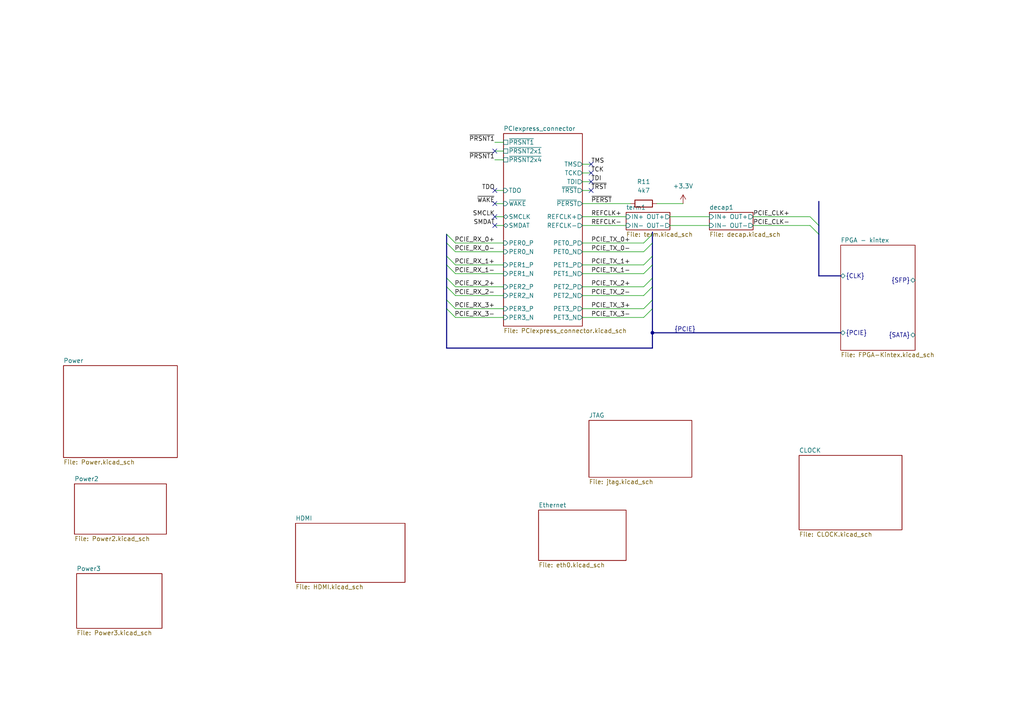
<source format=kicad_sch>
(kicad_sch (version 20230121) (generator eeschema)
  (paper "A4")
  (title_block (title "PCIexpress_x4_half") (company "Author: Luca Anastasio"))
  (lib_symbols
    (symbol "Device:R" (pin_numbers hide) (pin_names (offset 0))
      (property "Reference" "R" (at 2.032 0 90))
      (property "Value" "R" (at 0 0 90))
      (symbol "R_0_1"
        (rectangle (start -1.016 -2.54) (end 1.016 2.54) (stroke (width 0.254)))
      )
      (symbol "R_1_1"
        (pin passive line (at 0 3.81 270) (length 1.27) (name "~") (number "1"))
        (pin passive line (at 0 -3.81 90) (length 1.27) (name "~") (number "2"))
      )
    )
    (symbol "power:+3.3V" (power) (pin_names (offset 0))
      (property "Value" "+3.3V" (at 0 3.556 0))
      (symbol "+3.3V_0_1"
        (polyline (pts (xy -0.762 1.27) (xy 0 2.54)))
        (polyline (pts (xy 0 0) (xy 0 2.54)))
        (polyline (pts (xy 0 2.54) (xy 0.762 1.27)))
      )
      (symbol "+3.3V_1_1"
        (pin power_in line (at 0 0 90) (length 0) hide (name "+3.3V") (number "1"))
      )
    )
  )
  (junction (at 189.23 96.52))
  (no_connect (at 171.45 50.165))
  (no_connect (at 171.45 55.245))
  (no_connect (at 171.45 52.705))
  (no_connect (at 143.51 65.405))
  (no_connect (at 171.45 47.625))
  (no_connect (at 143.51 62.865))
  (no_connect (at 143.51 59.055))
  (no_connect (at 143.51 55.245))
  (no_connect (at 143.51 43.815))
  (bus_entry (at 132.08 83.185) (size -2.54 -2.54))
  (bus_entry (at 132.08 89.535) (size -2.54 -2.54))
  (bus_entry (at 132.08 73.025) (size -2.54 -2.54))
  (bus_entry (at 237.49 67.945) (size -2.54 -2.54))
  (bus_entry (at 186.69 73.025) (size 2.54 -2.54))
  (bus_entry (at 132.08 79.375) (size -2.54 -2.54))
  (bus_entry (at 186.69 70.485) (size 2.54 -2.54))
  (bus_entry (at 132.08 85.725) (size -2.54 -2.54))
  (bus_entry (at 186.69 89.535) (size 2.54 -2.54))
  (bus_entry (at 132.08 70.485) (size -2.54 -2.54))
  (bus_entry (at 237.49 65.405) (size -2.54 -2.54))
  (bus_entry (at 186.69 76.835) (size 2.54 -2.54))
  (bus_entry (at 186.69 92.075) (size 2.54 -2.54))
  (bus_entry (at 132.08 76.835) (size -2.54 -2.54))
  (bus_entry (at 132.08 92.075) (size -2.54 -2.54))
  (bus_entry (at 186.69 83.185) (size 2.54 -2.54))
  (bus_entry (at 186.69 79.375) (size 2.54 -2.54))
  (bus_entry (at 186.69 85.725) (size 2.54 -2.54))
  (wire (pts (xy 168.91 70.485) (xy 186.69 70.485)))
  (bus (pts (xy 189.23 70.485) (xy 189.23 74.295)))
  (wire (pts (xy 168.91 52.705) (xy 171.45 52.705)))
  (wire (pts (xy 218.44 65.405) (xy 234.95 65.405)))
  (bus (pts (xy 129.54 100.965) (xy 189.23 100.965)))
  (wire (pts (xy 168.91 50.165) (xy 171.45 50.165)))
  (wire (pts (xy 132.08 92.075) (xy 146.05 92.075)))
  (wire (pts (xy 132.08 73.025) (xy 146.05 73.025)))
  (bus (pts (xy 189.23 96.52) (xy 243.84 96.52)))
  (bus (pts (xy 237.49 65.405) (xy 237.49 67.945)))
  (bus (pts (xy 189.23 83.185) (xy 189.23 86.995)))
  (bus (pts (xy 189.23 80.645) (xy 189.23 83.185)))
  (bus (pts (xy 129.54 89.535) (xy 129.54 100.965)))
  (wire (pts (xy 143.51 65.405) (xy 146.05 65.405)))
  (bus (pts (xy 237.49 67.945) (xy 237.49 80.01)))
  (wire (pts (xy 168.91 65.405) (xy 181.61 65.405)))
  (bus (pts (xy 129.54 74.295) (xy 129.54 76.835)))
  (wire (pts (xy 168.91 83.185) (xy 186.69 83.185)))
  (wire (pts (xy 143.51 41.275) (xy 146.05 41.275)))
  (bus (pts (xy 129.54 76.835) (xy 129.54 80.645)))
  (bus (pts (xy 129.54 83.185) (xy 129.54 86.995)))
  (wire (pts (xy 168.91 89.535) (xy 186.69 89.535)))
  (wire (pts (xy 132.08 76.835) (xy 146.05 76.835)))
  (wire (pts (xy 132.08 70.485) (xy 146.05 70.485)))
  (bus (pts (xy 189.23 100.965) (xy 189.23 96.52)))
  (bus (pts (xy 189.23 67.945) (xy 189.23 70.485)))
  (wire (pts (xy 168.91 73.025) (xy 186.69 73.025)))
  (wire (pts (xy 194.31 62.865) (xy 205.74 62.865)))
  (bus (pts (xy 237.49 58.42) (xy 237.49 65.405)))
  (wire (pts (xy 168.91 79.375) (xy 186.69 79.375)))
  (wire (pts (xy 168.91 62.865) (xy 181.61 62.865)))
  (wire (pts (xy 168.91 76.835) (xy 186.69 76.835)))
  (bus (pts (xy 129.54 70.485) (xy 129.54 74.295)))
  (wire (pts (xy 143.51 46.355) (xy 146.05 46.355)))
  (wire (pts (xy 194.31 65.405) (xy 205.74 65.405)))
  (wire (pts (xy 132.08 79.375) (xy 146.05 79.375)))
  (wire (pts (xy 168.91 92.075) (xy 186.69 92.075)))
  (wire (pts (xy 132.08 89.535) (xy 146.05 89.535)))
  (wire (pts (xy 190.5 59.055) (xy 198.12 59.055)))
  (bus (pts (xy 189.23 74.295) (xy 189.23 76.835)))
  (wire (pts (xy 143.51 59.055) (xy 146.05 59.055)))
  (wire (pts (xy 132.08 85.725) (xy 146.05 85.725)))
  (bus (pts (xy 189.23 67.31) (xy 189.23 67.945)))
  (bus (pts (xy 243.84 80.01) (xy 237.49 80.01)))
  (wire (pts (xy 168.91 59.055) (xy 182.88 59.055)))
  (wire (pts (xy 143.51 55.245) (xy 146.05 55.245)))
  (bus (pts (xy 189.23 76.835) (xy 189.23 80.645)))
  (wire (pts (xy 132.08 83.185) (xy 146.05 83.185)))
  (wire (pts (xy 234.95 62.865) (xy 218.44 62.865)))
  (bus (pts (xy 189.23 86.995) (xy 189.23 89.535)))
  (bus (pts (xy 189.23 89.535) (xy 189.23 96.52)))
  (wire (pts (xy 168.91 85.725) (xy 186.69 85.725)))
  (bus (pts (xy 129.54 80.645) (xy 129.54 83.185)))
  (bus (pts (xy 129.54 86.995) (xy 129.54 89.535)))
  (bus (pts (xy 129.54 67.945) (xy 129.54 70.485)))
  (wire (pts (xy 168.91 47.625) (xy 171.45 47.625)))
  (wire (pts (xy 143.51 43.815) (xy 146.05 43.815)))
  (wire (pts (xy 168.91 55.245) (xy 171.45 55.245)))
  (wire (pts (xy 143.51 62.865) (xy 146.05 62.865)))
  (label "PCIE_RX_2+" (at 143.51 83.185 180))
  (label "PCIE_RX_0+" (at 143.51 70.485 180))
  (label "REFCLK-" (at 171.45 65.405 0))
  (label "{PCIE}" (at 195.58 96.52 0))
  (label "PCIE_TX_0+" (at 171.45 70.485 0))
  (label "PCIE_TX_1-" (at 171.45 79.375 0))
  (label "PCIE_TX_2-" (at 171.45 85.725 0))
  (label "~{WAKE}" (at 143.51 59.055 180))
  (label "PCIE_TX_1+" (at 171.45 76.835 0))
  (label "~{PRSNT1}" (at 143.51 46.355 180))
  (label "PCIE_RX_3-" (at 143.51 92.075 180))
  (label "TDO" (at 143.51 55.245 180))
  (label "PCIE_CLK-" (at 218.44 65.405 0))
  (label "PCIE_TX_3+" (at 171.45 89.535 0))
  (label "PCIE_TX_3-" (at 171.45 92.075 0))
  (label "TMS" (at 171.45 47.625 0))
  (label "REFCLK+" (at 171.45 62.865 0))
  (label "TCK" (at 171.45 50.165 0))
  (label "PCIE_CLK+" (at 218.44 62.865 0))
  (label "TDI" (at 171.45 52.705 0))
  (label "PCIE_RX_0-" (at 143.51 73.025 180))
  (label "PCIE_RX_2-" (at 143.51 85.725 180))
  (label "~{PERST}" (at 171.45 59.055 0))
  (label "~{PRSNT1}" (at 143.51 41.275 180))
  (label "PCIE_RX_1-" (at 143.51 79.375 180))
  (label "PCIE_TX_0-" (at 171.45 73.025 0))
  (label "~{TRST}" (at 171.45 55.245 0))
  (label "PCIE_RX_3+" (at 143.51 89.535 180))
  (label "PCIE_TX_2+" (at 171.45 83.185 0))
  (label "PCIE_RX_1+" (at 143.51 76.835 180))
  (label "SMCLK" (at 143.51 62.865 180))
  (label "SMDAT" (at 143.51 65.405 180))
  (symbol (lib_id "Device:R") (at 186.69 59.055 90) (unit 1)
    (property "Reference" "R11" (at 186.69 52.705 90))
    (property "Value" "4k7" (at 186.69 55.245 90))
    (property "Footprint" "Resistor_SMD:R_0603_1608Metric_Pad0.98x0.95mm_HandSolder" (effects hide))
  )
  (symbol (lib_id "power:+3.3V") (at 198.12 59.055 0) (unit 1)
    (property "Reference" "#PWR023" (effects hide))
    (property "Value" "+3.3V" (at 198.12 53.975 0))
  )
  (sheet (at 146.05 38.735) (size 22.86 55.88)
    (property "Sheetname" "PCIexpress_connector" (at 146.05 38.0234 0) (effects (justify left bottom)))
    (property "Sheetfile" "PCIexpress_connector.kicad_sch" (at 146.05 95.1996 0) (effects (justify left top)))
    (pin "PET0_P" output (at 168.91 70.485 0))
    (pin "PET0_N" output (at 168.91 73.025 0))
    (pin "REFCLK+" output (at 168.91 62.865 0))
    (pin "REFCLK-" output (at 168.91 65.405 0))
    (pin "TDO" input (at 146.05 55.245 180))
    (pin "TMS" output (at 168.91 47.625 0))
    (pin "TDI" output (at 168.91 52.705 0))
    (pin "TCK" output (at 168.91 50.165 0))
    (pin "PET1_P" output (at 168.91 76.835 0))
    (pin "PET1_N" output (at 168.91 79.375 0))
    (pin "PET2_P" output (at 168.91 83.185 0))
    (pin "PET2_N" output (at 168.91 85.725 0))
    (pin "PET3_P" output (at 168.91 89.535 0))
    (pin "PET3_N" output (at 168.91 92.075 0))
    (pin "PER1_P" input (at 146.05 76.835 180))
    (pin "PER1_N" input (at 146.05 79.375 180))
    (pin "PER2_P" input (at 146.05 83.185 180))
    (pin "PER2_N" input (at 146.05 85.725 180))
    (pin "PER3_P" input (at 146.05 89.535 180))
    (pin "PER3_N" input (at 146.05 92.075 180))
    (pin "~{WAKE}" input (at 146.05 59.055 180))
    (pin "~{TRST}" output (at 168.91 55.245 0))
    (pin "SMCLK" bidirectional (at 146.05 62.865 180))
    (pin "SMDAT" bidirectional (at 146.05 65.405 180))
    (pin "~{PERST}" output (at 168.91 59.055 0))
    (pin "~{PRSNT1}" passive (at 146.05 41.275 180))
    (pin "~{PRSNT2x4}" passive (at 146.05 46.355 180))
    (pin "~{PRSNT2x1}" passive (at 146.05 43.815 180))
    (pin "PER0_N" input (at 146.05 73.025 180))
    (pin "PER0_P" input (at 146.05 70.485 180))
  )
  (sheet (at 18.415 106.045) (size 33.02 26.67) (stroke (width 0.1524))
    (property "Sheetname" "Power" (at 18.415 105.3334 0) (effects (justify left bottom)))
    (property "Sheetfile" "Power.kicad_sch" (at 18.415 133.2996 0) (effects (justify left top)))
  )
  (sheet (at 243.84 71.12) (size 21.59 30.48) (stroke (width 0.1524))
    (property "Sheetname" "FPGA - kintex" (at 243.84 70.4084 0) (effects (justify left bottom)))
    (property "Sheetfile" "FPGA-Kintex.kicad_sch" (at 243.84 102.1846 0) (effects (justify left top)))
    (pin "{SFP}" bidirectional (at 265.43 81.28 0))
    (pin "{CLK}" bidirectional (at 243.84 80.01 180))
    (pin "{PCIE}" bidirectional (at 243.84 96.52 180))
    (pin "{SATA}" bidirectional (at 265.43 97.155 0))
  )
  (sheet (at 181.61 61.595) (size 12.7 5.08)
    (property "Sheetname" "term1" (at 181.61 60.8834 0) (effects (justify left bottom)))
    (property "Sheetfile" "term.kicad_sch" (at 181.61 67.2596 0) (effects (justify left top)))
    (pin "IN+" input (at 181.61 62.865 180))
    (pin "IN-" input (at 181.61 65.405 180))
    (pin "OUT+" output (at 194.31 62.865 0))
    (pin "OUT-" output (at 194.31 65.405 0))
  )
  (sheet (at 205.74 61.595) (size 12.7 5.08)
    (property "Sheetname" "decap1" (at 205.74 60.8834 0) (effects (justify left bottom)))
    (property "Sheetfile" "decap.kicad_sch" (at 205.74 67.2596 0) (effects (justify left top)))
    (pin "IN+" input (at 205.74 62.865 180))
    (pin "OUT+" output (at 218.44 62.865 0))
    (pin "OUT-" output (at 218.44 65.405 0))
    (pin "IN-" input (at 205.74 65.405 180))
  )
  (sheet (at 85.725 151.765) (size 31.75 17.145) (stroke (width 0.1524))
    (property "Sheetname" "HDMI" (at 85.725 151.0534 0) (effects (justify left bottom)))
    (property "Sheetfile" "HDMI.kicad_sch" (at 85.725 169.4946 0) (effects (justify left top)))
  )
  (sheet (at 22.225 166.37) (size 24.765 15.875) (stroke (width 0.1524))
    (property "Sheetname" "Power3" (at 22.225 165.6584 0) (effects (justify left bottom)))
    (property "Sheetfile" "Power3.kicad_sch" (at 22.225 182.8296 0) (effects (justify left top)))
  )
  (sheet (at 156.21 147.955) (size 25.4 14.605) (stroke (width 0.1524))
    (property "Sheetname" "Ethernet" (at 156.21 147.2434 0) (effects (justify left bottom)))
    (property "Sheetfile" "eth0.kicad_sch" (at 156.21 163.1446 0) (effects (justify left top)))
  )
  (sheet (at 231.775 132.08) (size 29.845 21.59) (stroke (width 0.1524))
    (property "Sheetname" "CLOCK" (at 231.775 131.3684 0) (effects (justify left bottom)))
    (property "Sheetfile" "CLOCK.kicad_sch" (at 231.775 154.2546 0) (effects (justify left top)))
  )
  (sheet (at 170.815 121.92) (size 29.845 16.51) (stroke (width 0.1524))
    (property "Sheetname" "JTAG" (at 170.815 121.2084 0) (effects (justify left bottom)))
    (property "Sheetfile" "jtag.kicad_sch" (at 170.815 139.0146 0) (effects (justify left top)))
  )
  (sheet (at 21.59 140.335) (size 26.67 14.605) (stroke (width 0.1524))
    (property "Sheetname" "Power2" (at 21.59 139.6234 0) (effects (justify left bottom)))
    (property "Sheetfile" "Power2.kicad_sch" (at 21.59 155.5246 0) (effects (justify left top)))
  )
)
</source>
